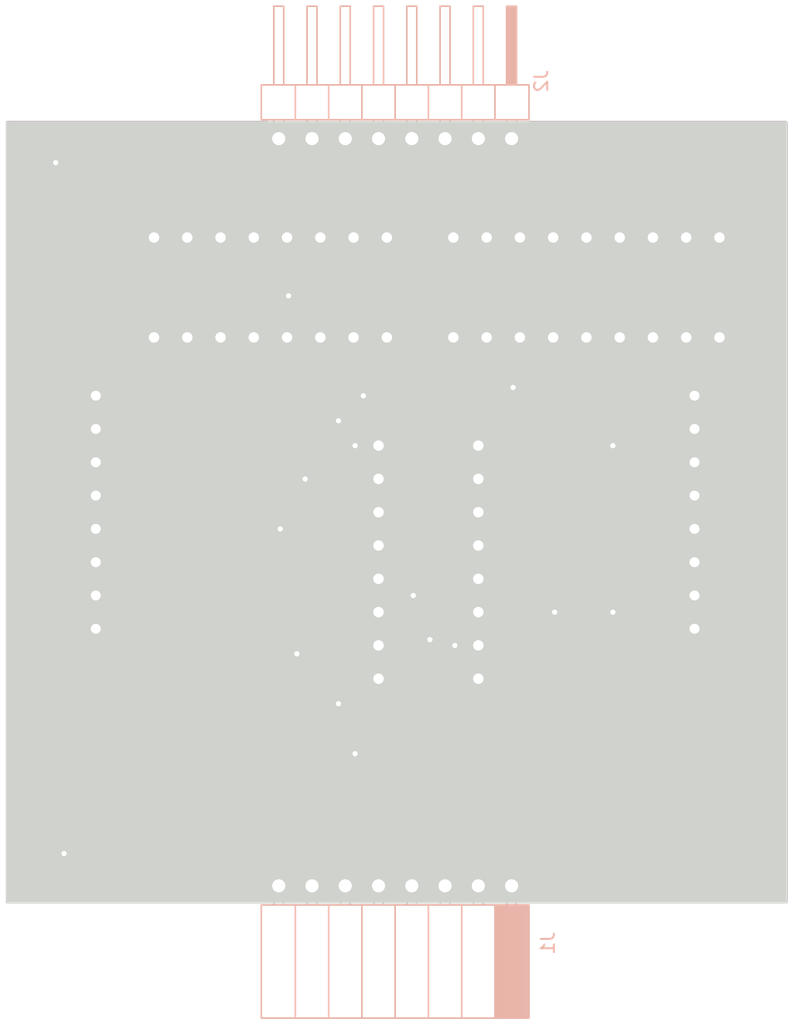
<source format=kicad_pcb>
(kicad_pcb (version 20171130) (host pcbnew "(5.1.8-0-10_14)")
  (layers (0 F.Cu signal) (31 B.Cu signal) (34 B.Paste user) (35 F.Paste user) (36 B.SilkS user) (37 F.SilkS user) (38 B.Mask user) (39 F.Mask user) (44 Edge.Cuts user))
  (net 0 "")
  (net 1 /c7)
  (net 2 /c6)
  (net 3 /b1)
  (net 4 /c0)
  (net 5 /b3)
  (net 6 /c5)
  (net 7 /c3)
  (net 8 /b0)
  (net 9 /b2)
  (net 10 /b5)
  (net 11 /c4)
  (net 12 /b7)
  (net 13 /c2)
  (net 14 /c1)
  (net 15 /b6)
  (net 16 /b4)
  (net 17 /r_clk)
  (net 18 /serial_clk)
  (net 19 /serial_in)
  (net 20 /s2)
  (net 21 /s1)
  (net 22 /s0)
  (net 23 /GND)
  (net 24 /VCC)
  (net 25 /serial_out)
  (net 26 /d0)
  (net 27 /d1)
  (net 28 /d2)
  (net 29 /d3)
  (net 30 /d4)
  (net 31 /d5)
  (net 32 /d6)
  (net 33 /d7)
  (net 34 /a2)
  (net 35 /a1)
  (net 36 /a0)
  (net 37 /a3)
  (net 38 /a5)
  (net 39 /a7)
  (net 40 /a6)
  (net 41 /a4)
  (net 42 "Net-(R9-Pad2)")
  (module Package_DIP:DIP-18_W7.62mm (layer B.Cu) (at 52.59 32.38 270)
    (fp_text reference U2 (at 3.81 2.33 270) (layer B.SilkS) (effects (justify mirror)))
    (fp_text value MIC2981_82YN)
    (pad 18 thru_hole oval (at 7.62 0 270) (size 1.6 1.6) (drill 0.8) (layers *.Cu *.Mask) (net 8 /b0))
    (pad 9 thru_hole oval (at 0 -20.32 270) (size 1.6 1.6) (drill 0.8) (layers *.Cu *.Mask) (net 24 /VCC))
    (pad 17 thru_hole oval (at 7.62 -2.54 270) (size 1.6 1.6) (drill 0.8) (layers *.Cu *.Mask) (net 3 /b1))
    (pad 8 thru_hole oval (at 0 -17.78 270) (size 1.6 1.6) (drill 0.8) (layers *.Cu *.Mask) (net 39 /a7))
    (pad 16 thru_hole oval (at 7.62 -5.08 270) (size 1.6 1.6) (drill 0.8) (layers *.Cu *.Mask) (net 9 /b2))
    (pad 7 thru_hole oval (at 0 -15.24 270) (size 1.6 1.6) (drill 0.8) (layers *.Cu *.Mask) (net 40 /a6))
    (pad 15 thru_hole oval (at 7.62 -7.62 270) (size 1.6 1.6) (drill 0.8) (layers *.Cu *.Mask) (net 5 /b3))
    (pad 6 thru_hole oval (at 0 -12.7 270) (size 1.6 1.6) (drill 0.8) (layers *.Cu *.Mask) (net 38 /a5))
    (pad 14 thru_hole oval (at 7.62 -10.16 270) (size 1.6 1.6) (drill 0.8) (layers *.Cu *.Mask) (net 16 /b4))
    (pad 5 thru_hole oval (at 0 -10.16 270) (size 1.6 1.6) (drill 0.8) (layers *.Cu *.Mask) (net 41 /a4))
    (pad 13 thru_hole oval (at 7.62 -12.7 270) (size 1.6 1.6) (drill 0.8) (layers *.Cu *.Mask) (net 10 /b5))
    (pad 4 thru_hole oval (at 0 -7.62 270) (size 1.6 1.6) (drill 0.8) (layers *.Cu *.Mask) (net 37 /a3))
    (pad 12 thru_hole oval (at 7.62 -15.24 270) (size 1.6 1.6) (drill 0.8) (layers *.Cu *.Mask) (net 15 /b6))
    (pad 3 thru_hole oval (at 0 -5.08 270) (size 1.6 1.6) (drill 0.8) (layers *.Cu *.Mask) (net 34 /a2))
    (pad 11 thru_hole oval (at 7.62 -17.78 270) (size 1.6 1.6) (drill 0.8) (layers *.Cu *.Mask) (net 12 /b7))
    (pad 2 thru_hole oval (at 0 -2.54 270) (size 1.6 1.6) (drill 0.8) (layers *.Cu *.Mask) (net 35 /a1))
    (pad 10 thru_hole oval (at 7.62 -20.32 270) (size 1.6 1.6) (drill 0.8) (layers *.Cu *.Mask) (net 23 /GND))
    (pad 1 thru_hole rect (at 0 0 270) (size 1.6 1.6) (drill 0.8) (layers *.Cu *.Mask) (net 36 /a0))
  )
  (module akn_misc:LED_8x8_7.62MM_60.2x60.2MM (layer F.Cu) (at 48.145 53.335 180)
    (fp_text reference D1 (at 0 -22.86) (layer F.SilkS))
    (fp_text value DISP_LED_MAT_8x8_COM_ANODE)
    (fp_text user 16 (at 20.86 -9) (layer F.SilkS))
    (fp_text user 8 (at -20.86 9) (layer F.SilkS))
    (fp_text user 9 (at 20.86 9) (layer F.SilkS))
    (fp_text user 1 (at -20.86 -9) (layer F.SilkS))
    (pad 13 thru_hole circle (at 22.86 -1.27 180) (size 1.524 1.524) (drill 0.762) (layers *.Cu *.Mask) (net 4 /c0))
    (pad 7 thru_hole circle (at -22.86 6.35 180) (size 1.524 1.524) (drill 0.762) (layers *.Cu *.Mask) (net 10 /b5))
    (pad 16 thru_hole circle (at 22.86 -8.89 180) (size 1.524 1.524) (drill 0.762) (layers *.Cu *.Mask) (net 1 /c7))
    (pad 1 thru_hole circle (at -22.86 -8.89 180) (size 1.524 1.524) (drill 0.762) (layers *.Cu *.Mask) (net 16 /b4))
    (pad 12 thru_hole circle (at 22.86 1.27 180) (size 1.524 1.524) (drill 0.762) (layers *.Cu *.Mask) (net 5 /b3))
    (pad 3 thru_hole circle (at -22.86 -3.81 180) (size 1.524 1.524) (drill 0.762) (layers *.Cu *.Mask) (net 14 /c1))
    (pad 14 thru_hole circle (at 22.86 -3.81 180) (size 1.524 1.524) (drill 0.762) (layers *.Cu *.Mask) (net 3 /b1))
    (pad 4 thru_hole circle (at -22.86 -1.27 180) (size 1.524 1.524) (drill 0.762) (layers *.Cu *.Mask) (net 13 /c2))
    (pad 6 thru_hole circle (at -22.86 3.81 180) (size 1.524 1.524) (drill 0.762) (layers *.Cu *.Mask) (net 11 /c4))
    (pad 2 thru_hole circle (at -22.86 -6.35 180) (size 1.524 1.524) (drill 0.762) (layers *.Cu *.Mask) (net 15 /b6))
    (pad 15 thru_hole circle (at 22.86 -6.35 180) (size 1.524 1.524) (drill 0.762) (layers *.Cu *.Mask) (net 2 /c6))
    (pad 9 thru_hole circle (at 22.86 8.89 180) (size 1.524 1.524) (drill 0.762) (layers *.Cu *.Mask) (net 8 /b0))
    (pad 5 thru_hole circle (at -22.86 1.27 180) (size 1.524 1.524) (drill 0.762) (layers *.Cu *.Mask) (net 12 /b7))
    (pad 10 thru_hole circle (at 22.86 6.35 180) (size 1.524 1.524) (drill 0.762) (layers *.Cu *.Mask) (net 7 /c3))
    (pad 8 thru_hole circle (at -22.86 8.89 180) (size 1.524 1.524) (drill 0.762) (layers *.Cu *.Mask) (net 9 /b2))
    (pad 11 thru_hole circle (at 22.86 3.81 180) (size 1.524 1.524) (drill 0.762) (layers *.Cu *.Mask) (net 6 /c5))
  )
  (module Connector_PinHeader_2.54mm:PinHeader_1x08_P2.54mm_Horizontal (layer B.Cu) (at 57.035 24.835 90)
    (fp_text reference J2 (at 4.385 2.27 90) (layer B.SilkS) (effects (justify mirror)))
    (fp_text value OUTPUT_CONN)
    (pad 8 thru_hole oval (at 0 -17.78 90) (size 1.7 1.7) (drill 1) (layers *.Cu *.Mask) (net 17 /r_clk))
    (pad 7 thru_hole oval (at 0 -15.24 90) (size 1.7 1.7) (drill 1) (layers *.Cu *.Mask) (net 18 /serial_clk))
    (pad 6 thru_hole oval (at 0 -12.7 90) (size 1.7 1.7) (drill 1) (layers *.Cu *.Mask) (net 25 /serial_out))
    (pad 5 thru_hole oval (at 0 -10.16 90) (size 1.7 1.7) (drill 1) (layers *.Cu *.Mask) (net 20 /s2))
    (pad 4 thru_hole oval (at 0 -7.62 90) (size 1.7 1.7) (drill 1) (layers *.Cu *.Mask) (net 21 /s1))
    (pad 3 thru_hole oval (at 0 -5.08 90) (size 1.7 1.7) (drill 1) (layers *.Cu *.Mask) (net 22 /s0))
    (pad 2 thru_hole oval (at 0 -2.54 90) (size 1.7 1.7) (drill 1) (layers *.Cu *.Mask) (net 23 /GND))
    (pad 1 thru_hole rect (at 0 0 90) (size 1.7 1.7) (drill 1) (layers *.Cu *.Mask) (net 24 /VCC))
  )
  (module Connector_PinSocket_2.54mm:PinSocket_1x08_P2.54mm_Horizontal (layer B.Cu) (at 57.035 81.835 90)
    (fp_text reference J1 (at -4.38 2.77 90) (layer B.SilkS) (effects (justify mirror)))
    (fp_text value INPUT_CONN)
    (pad 8 thru_hole oval (at 0 -17.78 90) (size 1.7 1.7) (drill 1) (layers *.Cu *.Mask) (net 17 /r_clk))
    (pad 7 thru_hole oval (at 0 -15.24 90) (size 1.7 1.7) (drill 1) (layers *.Cu *.Mask) (net 18 /serial_clk))
    (pad 6 thru_hole oval (at 0 -12.7 90) (size 1.7 1.7) (drill 1) (layers *.Cu *.Mask) (net 19 /serial_in))
    (pad 5 thru_hole oval (at 0 -10.16 90) (size 1.7 1.7) (drill 1) (layers *.Cu *.Mask) (net 20 /s2))
    (pad 4 thru_hole oval (at 0 -7.62 90) (size 1.7 1.7) (drill 1) (layers *.Cu *.Mask) (net 21 /s1))
    (pad 3 thru_hole oval (at 0 -5.08 90) (size 1.7 1.7) (drill 1) (layers *.Cu *.Mask) (net 22 /s0))
    (pad 2 thru_hole oval (at 0 -2.54 90) (size 1.7 1.7) (drill 1) (layers *.Cu *.Mask) (net 23 /GND))
    (pad 1 thru_hole rect (at 0 0 90) (size 1.7 1.7) (drill 1) (layers *.Cu *.Mask) (net 24 /VCC))
  )
  (module Resistor_SMD:R_1206_3216Metric_Pad1.30x1.75mm_HandSolder (layer F.Cu) (at 29.73 62.225 180)
    (fp_text reference R8 (at 0 -1.82) (layer F.SilkS))
    (fp_text value 100)
    (pad 2 smd roundrect (at 1.55 0 180) (size 1.3 1.75) (layers F.Cu F.Paste F.Mask) (roundrect_rratio 0.192308) (net 1 /c7))
    (pad 1 smd roundrect (at -1.55 0 180) (size 1.3 1.75) (layers F.Cu F.Paste F.Mask) (roundrect_rratio 0.192308) (net 33 /d7))
  )
  (module Resistor_SMD:R_1206_3216Metric_Pad1.30x1.75mm_HandSolder (layer F.Cu) (at 29.73 59.69 180)
    (fp_text reference R7 (at 0 -1.82) (layer F.SilkS))
    (fp_text value 100)
    (pad 2 smd roundrect (at 1.55 0 180) (size 1.3 1.75) (layers F.Cu F.Paste F.Mask) (roundrect_rratio 0.192308) (net 2 /c6))
    (pad 1 smd roundrect (at -1.55 0 180) (size 1.3 1.75) (layers F.Cu F.Paste F.Mask) (roundrect_rratio 0.192308) (net 32 /d6))
  )
  (module Resistor_SMD:R_1206_3216Metric_Pad1.30x1.75mm_HandSolder (layer F.Cu) (at 29.73 49.53 180)
    (fp_text reference R6 (at 0 -1.82) (layer F.SilkS))
    (fp_text value 100)
    (pad 2 smd roundrect (at 1.55 0 180) (size 1.3 1.75) (layers F.Cu F.Paste F.Mask) (roundrect_rratio 0.192308) (net 6 /c5))
    (pad 1 smd roundrect (at -1.55 0 180) (size 1.3 1.75) (layers F.Cu F.Paste F.Mask) (roundrect_rratio 0.192308) (net 31 /d5))
  )
  (module Resistor_SMD:R_1206_3216Metric_Pad1.30x1.75mm_HandSolder (layer B.Cu) (at 74.93 53.06 90)
    (fp_text reference R5 (at 0 1.82 90) (layer B.SilkS) (effects (justify mirror)))
    (fp_text value 100)
    (pad 2 smd roundrect (at 1.55 0 90) (size 1.3 1.75) (layers B.Cu B.Paste B.Mask) (roundrect_rratio 0.192308) (net 11 /c4))
    (pad 1 smd roundrect (at -1.55 0 90) (size 1.3 1.75) (layers B.Cu B.Paste B.Mask) (roundrect_rratio 0.192308) (net 30 /d4))
  )
  (module Resistor_SMD:R_1206_3216Metric_Pad1.30x1.75mm_HandSolder (layer F.Cu) (at 29.73 66.675 180)
    (fp_text reference R4 (at 0 -1.82) (layer F.SilkS))
    (fp_text value 100)
    (pad 2 smd roundrect (at 1.55 0 180) (size 1.3 1.75) (layers F.Cu F.Paste F.Mask) (roundrect_rratio 0.192308) (net 7 /c3))
    (pad 1 smd roundrect (at -1.55 0 180) (size 1.3 1.75) (layers F.Cu F.Paste F.Mask) (roundrect_rratio 0.192308) (net 29 /d3))
  )
  (module Resistor_SMD:R_1206_3216Metric_Pad1.30x1.75mm_HandSolder (layer F.Cu) (at 65.925 54.605)
    (fp_text reference R3 (at 0 -1.82) (layer F.SilkS))
    (fp_text value 100)
    (pad 2 smd roundrect (at 1.55 0) (size 1.3 1.75) (layers F.Cu F.Paste F.Mask) (roundrect_rratio 0.192308) (net 13 /c2))
    (pad 1 smd roundrect (at -1.55 0) (size 1.3 1.75) (layers F.Cu F.Paste F.Mask) (roundrect_rratio 0.192308) (net 28 /d2))
  )
  (module Resistor_SMD:R_1206_3216Metric_Pad1.30x1.75mm_HandSolder (layer F.Cu) (at 65.925 57.15)
    (fp_text reference R2 (at 0 1.905) (layer F.SilkS))
    (fp_text value 100)
    (pad 2 smd roundrect (at 1.55 0) (size 1.3 1.75) (layers F.Cu F.Paste F.Mask) (roundrect_rratio 0.192308) (net 14 /c1))
    (pad 1 smd roundrect (at -1.55 0) (size 1.3 1.75) (layers F.Cu F.Paste F.Mask) (roundrect_rratio 0.192308) (net 27 /d1))
  )
  (module Resistor_SMD:R_1206_3216Metric_Pad1.30x1.75mm_HandSolder (layer F.Cu) (at 29.73 54.605 180)
    (fp_text reference R1 (at 0 -1.82) (layer F.SilkS))
    (fp_text value 100)
    (pad 2 smd roundrect (at 1.55 0 180) (size 1.3 1.75) (layers F.Cu F.Paste F.Mask) (roundrect_rratio 0.192308) (net 4 /c0))
    (pad 1 smd roundrect (at -1.55 0 180) (size 1.3 1.75) (layers F.Cu F.Paste F.Mask) (roundrect_rratio 0.192308) (net 26 /d0))
  )
  (module Resistor_SMD:R_1206_3216Metric_Pad1.30x1.75mm_HandSolder (layer B.Cu) (at 57.15 61.95 270)
    (fp_text reference R9 (at 0 -1.79 270) (layer B.SilkS) (effects (justify mirror)))
    (fp_text value 10k)
    (pad 1 smd roundrect (at -1.55 0 270) (size 1.3 1.75) (layers B.Cu B.Paste B.Mask) (roundrect_rratio 0.192308) (net 24 /VCC))
    (pad 2 smd roundrect (at 1.55 0 270) (size 1.3 1.75) (layers B.Cu B.Paste B.Mask) (roundrect_rratio 0.192308) (net 42 "Net-(R9-Pad2)"))
  )
  (module Capacitor_SMD:C_1206_3216Metric_Pad1.33x1.80mm_HandSolder (layer F.Cu) (at 52.705 45.72)
    (fp_text reference C3 (at 0 -1.85) (layer F.SilkS))
    (fp_text value "100 nF")
    (pad 2 smd roundrect (at 1.5625 0) (size 1.325 1.8) (layers F.Cu F.Paste F.Mask) (roundrect_rratio 0.188679) (net 24 /VCC))
    (pad 1 smd roundrect (at -1.5625 0) (size 1.325 1.8) (layers F.Cu F.Paste F.Mask) (roundrect_rratio 0.188679) (net 23 /GND))
  )
  (module Capacitor_SMD:C_1206_3216Metric_Pad1.33x1.80mm_HandSolder (layer F.Cu) (at 49.53 29.845 180)
    (fp_text reference C2 (at 0 1.9) (layer F.SilkS))
    (fp_text value "100 nF")
    (pad 2 smd roundrect (at 1.5625 0 180) (size 1.325 1.8) (layers F.Cu F.Paste F.Mask) (roundrect_rratio 0.188679) (net 23 /GND))
    (pad 1 smd roundrect (at -1.5625 0 180) (size 1.325 1.8) (layers F.Cu F.Paste F.Mask) (roundrect_rratio 0.188679) (net 24 /VCC))
  )
  (module Capacitor_SMD:C_1206_3216Metric_Pad1.33x1.80mm_HandSolder (layer F.Cu) (at 40.9825 43.18)
    (fp_text reference C1 (at 0.115 1.91) (layer F.SilkS))
    (fp_text value "100 nF")
    (pad 2 smd roundrect (at 1.5625 0) (size 1.325 1.8) (layers F.Cu F.Paste F.Mask) (roundrect_rratio 0.188679) (net 24 /VCC))
    (pad 1 smd roundrect (at -1.5625 0) (size 1.325 1.8) (layers F.Cu F.Paste F.Mask) (roundrect_rratio 0.188679) (net 23 /GND))
  )
  (module Package_DIP:DIP-16_W7.62mm (layer B.Cu) (at 54.495 48.255 180)
    (fp_text reference U3 (at 3.81 2.33 180) (layer B.SilkS) (effects (justify mirror)))
    (fp_text value TPIC6C595N)
    (pad 16 thru_hole oval (at 7.62 0 180) (size 1.6 1.6) (drill 0.8) (layers *.Cu *.Mask) (net 23 /GND))
    (pad 8 thru_hole oval (at 0 -17.78 180) (size 1.6 1.6) (drill 0.8) (layers *.Cu *.Mask) (net 23 /GND))
    (pad 15 thru_hole oval (at 7.62 -2.54 180) (size 1.6 1.6) (drill 0.8) (layers *.Cu *.Mask) (net 18 /serial_clk))
    (pad 7 thru_hole oval (at 0 -15.24 180) (size 1.6 1.6) (drill 0.8) (layers *.Cu *.Mask) (net 42 "Net-(R9-Pad2)"))
    (pad 14 thru_hole oval (at 7.62 -5.08 180) (size 1.6 1.6) (drill 0.8) (layers *.Cu *.Mask) (net 33 /d7))
    (pad 6 thru_hole oval (at 0 -12.7 180) (size 1.6 1.6) (drill 0.8) (layers *.Cu *.Mask) (net 29 /d3))
    (pad 13 thru_hole oval (at 7.62 -7.62 180) (size 1.6 1.6) (drill 0.8) (layers *.Cu *.Mask) (net 32 /d6))
    (pad 5 thru_hole oval (at 0 -10.16 180) (size 1.6 1.6) (drill 0.8) (layers *.Cu *.Mask) (net 28 /d2))
    (pad 12 thru_hole oval (at 7.62 -10.16 180) (size 1.6 1.6) (drill 0.8) (layers *.Cu *.Mask) (net 31 /d5))
    (pad 4 thru_hole oval (at 0 -7.62 180) (size 1.6 1.6) (drill 0.8) (layers *.Cu *.Mask) (net 27 /d1))
    (pad 11 thru_hole oval (at 7.62 -12.7 180) (size 1.6 1.6) (drill 0.8) (layers *.Cu *.Mask) (net 30 /d4))
    (pad 3 thru_hole oval (at 0 -5.08 180) (size 1.6 1.6) (drill 0.8) (layers *.Cu *.Mask) (net 26 /d0))
    (pad 10 thru_hole oval (at 7.62 -15.24 180) (size 1.6 1.6) (drill 0.8) (layers *.Cu *.Mask) (net 17 /r_clk))
    (pad 2 thru_hole oval (at 0 -2.54 180) (size 1.6 1.6) (drill 0.8) (layers *.Cu *.Mask) (net 19 /serial_in))
    (pad 9 thru_hole oval (at 7.62 -17.78 180) (size 1.6 1.6) (drill 0.8) (layers *.Cu *.Mask) (net 25 /serial_out))
    (pad 1 thru_hole rect (at 0 0 180) (size 1.6 1.6) (drill 0.8) (layers *.Cu *.Mask) (net 24 /VCC))
  )
  (module Package_DIP:DIP-16_W7.62mm (layer B.Cu) (at 47.51 40 90)
    (fp_text reference U1 (at 3.81 2.33 270) (layer B.SilkS) (effects (justify mirror)))
    (fp_text value 74HCT4051)
    (pad 1 thru_hole rect (at 0 0 90) (size 1.6 1.6) (drill 0.8) (layers *.Cu *.Mask) (net 41 /a4))
    (pad 9 thru_hole oval (at 7.62 -17.78 90) (size 1.6 1.6) (drill 0.8) (layers *.Cu *.Mask) (net 20 /s2))
    (pad 2 thru_hole oval (at 0 -2.54 90) (size 1.6 1.6) (drill 0.8) (layers *.Cu *.Mask) (net 40 /a6))
    (pad 10 thru_hole oval (at 7.62 -15.24 90) (size 1.6 1.6) (drill 0.8) (layers *.Cu *.Mask) (net 21 /s1))
    (pad 3 thru_hole oval (at 0 -5.08 90) (size 1.6 1.6) (drill 0.8) (layers *.Cu *.Mask) (net 24 /VCC))
    (pad 11 thru_hole oval (at 7.62 -12.7 90) (size 1.6 1.6) (drill 0.8) (layers *.Cu *.Mask) (net 22 /s0))
    (pad 4 thru_hole oval (at 0 -7.62 90) (size 1.6 1.6) (drill 0.8) (layers *.Cu *.Mask) (net 39 /a7))
    (pad 12 thru_hole oval (at 7.62 -10.16 90) (size 1.6 1.6) (drill 0.8) (layers *.Cu *.Mask) (net 37 /a3))
    (pad 5 thru_hole oval (at 0 -10.16 90) (size 1.6 1.6) (drill 0.8) (layers *.Cu *.Mask) (net 38 /a5))
    (pad 13 thru_hole oval (at 7.62 -7.62 90) (size 1.6 1.6) (drill 0.8) (layers *.Cu *.Mask) (net 36 /a0))
    (pad 6 thru_hole oval (at 0 -12.7 90) (size 1.6 1.6) (drill 0.8) (layers *.Cu *.Mask) (net 23 /GND))
    (pad 14 thru_hole oval (at 7.62 -5.08 90) (size 1.6 1.6) (drill 0.8) (layers *.Cu *.Mask) (net 35 /a1))
    (pad 7 thru_hole oval (at 0 -15.24 90) (size 1.6 1.6) (drill 0.8) (layers *.Cu *.Mask) (net 23 /GND))
    (pad 15 thru_hole oval (at 7.62 -2.54 90) (size 1.6 1.6) (drill 0.8) (layers *.Cu *.Mask) (net 34 /a2))
    (pad 8 thru_hole oval (at 0 -17.78 90) (size 1.6 1.6) (drill 0.8) (layers *.Cu *.Mask) (net 23 /GND))
    (pad 16 thru_hole oval (at 7.62 0 90) (size 1.6 1.6) (drill 0.8) (layers *.Cu *.Mask) (net 24 /VCC))
  )
  (segment (start 25.285 62.225) (end 28.18 62.225) (width 0.5) (layer F.Cu) (net 1))
  (segment (start 28.175 59.685) (end 28.18 59.69) (width 0.5) (layer F.Cu) (net 2))
  (segment (start 25.285 59.685) (end 28.175 59.685) (width 0.5) (layer F.Cu) (net 2))
  (segment (start 46.524952 47.05501) (end 51.034962 42.545) (width 0.5) (layer B.Cu) (net 3))
  (segment (start 45.031988 47.05501) (end 46.524952 47.05501) (width 0.5) (layer B.Cu) (net 3))
  (segment (start 52.585 42.545) (end 55.13 40) (width 0.5) (layer B.Cu) (net 3))
  (segment (start 51.034962 42.545) (end 52.585 42.545) (width 0.5) (layer B.Cu) (net 3))
  (segment (start 45.031988 47.05501) (end 42.556998 49.53) (width 0.5) (layer B.Cu) (net 3))
  (segment (start 42.556998 49.53) (end 42.545 49.53) (width 0.5) (layer B.Cu) (net 3))
  (via (at 41.275 50.8) (size 0.8) (drill 0.4) (layers F.Cu B.Cu) (net 3))
  (segment (start 42.545 49.53) (end 41.275 50.8) (width 0.5) (layer B.Cu) (net 3))
  (segment (start 41.275 50.8) (end 38.1 50.8) (width 0.5) (layer F.Cu) (net 3))
  (segment (start 38.1 50.8) (end 31.75 57.15) (width 0.5) (layer F.Cu) (net 3))
  (segment (start 31.745 57.145) (end 25.285 57.145) (width 0.5) (layer F.Cu) (net 3))
  (segment (start 31.75 57.15) (end 31.745 57.145) (width 0.5) (layer F.Cu) (net 3))
  (segment (start 25.285 54.605) (end 28.18 54.605) (width 0.5) (layer F.Cu) (net 4))
  (segment (start 60.21 46.930002) (end 57.595003 49.544999) (width 0.5) (layer F.Cu) (net 5))
  (segment (start 60.21 40) (end 60.21 46.930002) (width 0.5) (layer F.Cu) (net 5))
  (segment (start 45.099999 49.544999) (end 44.51501 48.96001) (width 0.5) (layer F.Cu) (net 5))
  (segment (start 57.595003 49.544999) (end 45.099999 49.544999) (width 0.5) (layer F.Cu) (net 5))
  (segment (start 44.51501 48.96001) (end 34.29 48.96001) (width 0.5) (layer F.Cu) (net 5))
  (segment (start 31.18501 52.065) (end 25.285 52.065) (width 0.5) (layer F.Cu) (net 5))
  (segment (start 34.29 48.96001) (end 31.18501 52.065) (width 0.5) (layer F.Cu) (net 5))
  (segment (start 28.175 49.525) (end 28.18 49.53) (width 0.5) (layer F.Cu) (net 6))
  (segment (start 25.285 49.525) (end 28.175 49.525) (width 0.5) (layer F.Cu) (net 6))
  (segment (start 24.072999 63.217999) (end 27.53 66.675) (width 0.5) (layer F.Cu) (net 7))
  (segment (start 24.072999 48.197001) (end 24.072999 63.217999) (width 0.5) (layer F.Cu) (net 7))
  (segment (start 27.53 66.675) (end 28.18 66.675) (width 0.5) (layer F.Cu) (net 7))
  (segment (start 25.285 46.985) (end 24.072999 48.197001) (width 0.5) (layer F.Cu) (net 7))
  (segment (start 25.285 44.445) (end 28.57 44.445) (width 0.5) (layer F.Cu) (net 8))
  (segment (start 28.57 44.445) (end 30.48 46.355) (width 0.5) (layer F.Cu) (net 8))
  (segment (start 30.48 46.355) (end 43.815 46.355) (width 0.5) (layer F.Cu) (net 8))
  (segment (start 43.815 46.355) (end 43.815 46.355) (width 0.5) (layer F.Cu) (net 8))
  (via (at 43.815 46.355) (size 0.8) (drill 0.4) (layers F.Cu B.Cu) (net 8))
  (segment (start 46.235 46.355) (end 52.59 40) (width 0.5) (layer B.Cu) (net 8))
  (segment (start 43.815 46.355) (end 46.235 46.355) (width 0.5) (layer B.Cu) (net 8))
  (segment (start 61.499999 40.600001) (end 62.809998 41.91) (width 0.5) (layer F.Cu) (net 9))
  (segment (start 61.499999 39.439997) (end 61.499999 40.600001) (width 0.5) (layer F.Cu) (net 9))
  (segment (start 58.920001 38.749999) (end 60.810001 38.749999) (width 0.5) (layer F.Cu) (net 9))
  (segment (start 60.810001 38.749999) (end 61.499999 39.439997) (width 0.5) (layer F.Cu) (net 9))
  (segment (start 57.67 40) (end 58.920001 38.749999) (width 0.5) (layer F.Cu) (net 9))
  (segment (start 68.47 41.91) (end 71.005 44.445) (width 0.5) (layer F.Cu) (net 9))
  (segment (start 62.809998 41.91) (end 68.47 41.91) (width 0.5) (layer F.Cu) (net 9))
  (segment (start 65.29 41.27) (end 65.29 40) (width 0.5) (layer B.Cu) (net 10))
  (segment (start 71.005 46.985) (end 65.29 41.27) (width 0.5) (layer B.Cu) (net 10))
  (segment (start 72.945 49.525) (end 74.93 51.51) (width 0.5) (layer B.Cu) (net 11))
  (segment (start 71.005 49.525) (end 72.945 49.525) (width 0.5) (layer B.Cu) (net 11))
  (segment (start 70.37 40) (end 70.37 41.16) (width 0.5) (layer F.Cu) (net 12))
  (segment (start 70.37 41.16) (end 73.025 43.815) (width 0.5) (layer F.Cu) (net 12))
  (segment (start 73.025 50.045) (end 71.005 52.065) (width 0.5) (layer F.Cu) (net 12))
  (segment (start 73.025 43.815) (end 73.025 50.045) (width 0.5) (layer F.Cu) (net 12))
  (segment (start 67.475 54.605) (end 71.005 54.605) (width 0.5) (layer F.Cu) (net 13))
  (segment (start 71 57.15) (end 71.005 57.145) (width 0.5) (layer F.Cu) (net 14))
  (segment (start 67.475 57.15) (end 71 57.15) (width 0.5) (layer F.Cu) (net 14))
  (segment (start 70.970001 38.749999) (end 69.080001 38.749999) (width 0.5) (layer F.Cu) (net 15))
  (segment (start 71.620001 39.399999) (end 70.970001 38.749999) (width 0.5) (layer F.Cu) (net 15))
  (segment (start 69.080001 38.749999) (end 67.83 40) (width 0.5) (layer F.Cu) (net 15))
  (segment (start 71.620001 40.505001) (end 71.620001 39.399999) (width 0.5) (layer F.Cu) (net 15))
  (segment (start 73.72501 42.61001) (end 71.620001 40.505001) (width 0.5) (layer F.Cu) (net 15))
  (segment (start 73.72501 56.96499) (end 73.72501 42.61001) (width 0.5) (layer F.Cu) (net 15))
  (segment (start 71.005 59.685) (end 73.72501 56.96499) (width 0.5) (layer F.Cu) (net 15))
  (segment (start 72.809991 38.049989) (end 64.700011 38.049989) (width 0.5) (layer F.Cu) (net 16))
  (segment (start 74.42502 39.665018) (end 72.809991 38.049989) (width 0.5) (layer F.Cu) (net 16))
  (segment (start 74.42502 58.80498) (end 74.42502 39.665018) (width 0.5) (layer F.Cu) (net 16))
  (segment (start 64.700011 38.049989) (end 62.75 40) (width 0.5) (layer F.Cu) (net 16))
  (segment (start 71.005 62.225) (end 74.42502 58.80498) (width 0.5) (layer F.Cu) (net 16))
  (segment (start 39.255 71.115) (end 46.875 63.495) (width 0.5) (layer F.Cu) (net 17))
  (segment (start 39.255 81.835) (end 39.255 71.115) (width 0.5) (layer F.Cu) (net 17))
  (segment (start 36.099999 61.488001) (end 43.826998 69.215) (width 0.5) (layer B.Cu) (net 17))
  (segment (start 36.099999 27.990001) (end 36.099999 61.488001) (width 0.5) (layer B.Cu) (net 17))
  (segment (start 39.255 24.835) (end 36.099999 27.990001) (width 0.5) (layer B.Cu) (net 17))
  (segment (start 48.125001 64.745001) (end 46.875 63.495) (width 0.5) (layer B.Cu) (net 17))
  (segment (start 48.125001 66.635001) (end 48.125001 64.745001) (width 0.5) (layer B.Cu) (net 17))
  (segment (start 45.545002 69.215) (end 48.125001 66.635001) (width 0.5) (layer B.Cu) (net 17))
  (segment (start 43.826998 69.215) (end 45.545002 69.215) (width 0.5) (layer B.Cu) (net 17))
  (segment (start 46.875 50.795) (end 43.815 53.855) (width 0.5) (layer B.Cu) (net 18))
  (segment (start 41.795 24.835) (end 41.795 25.285) (width 0.5) (layer B.Cu) (net 18))
  (segment (start 41.795 25.285) (end 38.639999 28.440001) (width 0.5) (layer B.Cu) (net 18))
  (segment (start 43.815 53.855) (end 43.815 53.975) (width 0.5) (layer B.Cu) (net 18))
  (segment (start 43.815 53.975) (end 43.815 67.945) (width 0.5) (layer B.Cu) (net 18))
  (via (at 43.815 67.945) (size 0.8) (drill 0.4) (layers F.Cu B.Cu) (net 18))
  (segment (start 41.795 69.965) (end 43.815 67.945) (width 0.5) (layer F.Cu) (net 18))
  (segment (start 41.795 74.815) (end 41.795 69.965) (width 0.5) (layer F.Cu) (net 18))
  (segment (start 41.795 81.835) (end 41.795 74.815) (width 0.5) (layer F.Cu) (net 18))
  (segment (start 41.795 74.815) (end 41.795 73.775) (width 0.5) (layer F.Cu) (net 18))
  (segment (start 46.019999 51.650001) (end 46.875 50.795) (width 0.5) (layer B.Cu) (net 18))
  (segment (start 40.866999 51.650001) (end 46.019999 51.650001) (width 0.5) (layer B.Cu) (net 18))
  (segment (start 38.639999 49.423001) (end 40.866999 51.650001) (width 0.5) (layer B.Cu) (net 18))
  (segment (start 38.639999 28.440001) (end 38.639999 49.423001) (width 0.5) (layer B.Cu) (net 18))
  (segment (start 44.335 75.68) (end 44.335 81.835) (width 0.5) (layer F.Cu) (net 19))
  (segment (start 44.335 75.045) (end 44.335 75.68) (width 0.5) (layer F.Cu) (net 19))
  (segment (start 54.495 50.795) (end 52.705 52.585) (width 0.5) (layer B.Cu) (net 19))
  (segment (start 52.705 52.585) (end 52.705 63.5) (width 0.5) (layer B.Cu) (net 19))
  (via (at 52.705 63.5) (size 0.8) (drill 0.4) (layers F.Cu B.Cu) (net 19))
  (segment (start 52.705 66.675) (end 44.335 75.045) (width 0.5) (layer F.Cu) (net 19))
  (segment (start 52.705 63.5) (end 52.705 66.675) (width 0.5) (layer F.Cu) (net 19))
  (segment (start 28.479999 63.439999) (end 46.875 81.835) (width 0.5) (layer B.Cu) (net 20))
  (segment (start 28.479999 33.630001) (end 28.479999 63.439999) (width 0.5) (layer B.Cu) (net 20))
  (segment (start 29.73 32.38) (end 28.479999 33.630001) (width 0.5) (layer B.Cu) (net 20))
  (segment (start 29.73 32.38) (end 35.44 26.67) (width 0.5) (layer F.Cu) (net 20))
  (segment (start 45.04 26.67) (end 46.875 24.835) (width 0.5) (layer F.Cu) (net 20))
  (segment (start 35.44 26.67) (end 45.04 26.67) (width 0.5) (layer F.Cu) (net 20))
  (segment (start 32.27 31.865) (end 32.27 32.38) (width 0.5) (layer B.Cu) (net 21))
  (segment (start 31.019999 63.439999) (end 49.415 81.835) (width 0.5) (layer B.Cu) (net 21))
  (segment (start 31.019999 33.630001) (end 31.019999 63.439999) (width 0.5) (layer B.Cu) (net 21))
  (segment (start 32.27 32.38) (end 31.019999 33.630001) (width 0.5) (layer B.Cu) (net 21))
  (segment (start 49.415 24.835) (end 46.87999 27.37001) (width 0.5) (layer F.Cu) (net 21))
  (segment (start 46.87999 27.37001) (end 36.12999 27.37001) (width 0.5) (layer F.Cu) (net 21))
  (segment (start 32.27 31.23) (end 32.27 32.38) (width 0.5) (layer F.Cu) (net 21))
  (segment (start 36.12999 27.37001) (end 32.27 31.23) (width 0.5) (layer F.Cu) (net 21))
  (segment (start 33.559999 33.630001) (end 34.81 32.38) (width 0.5) (layer B.Cu) (net 22))
  (segment (start 33.559999 63.439999) (end 33.559999 33.630001) (width 0.5) (layer B.Cu) (net 22))
  (segment (start 51.955 81.835) (end 33.559999 63.439999) (width 0.5) (layer B.Cu) (net 22))
  (segment (start 36.419942 28.07002) (end 48.71998 28.07002) (width 0.5) (layer F.Cu) (net 22))
  (segment (start 48.71998 28.07002) (end 51.955 24.835) (width 0.5) (layer F.Cu) (net 22))
  (segment (start 34.81 29.679962) (end 36.419942 28.07002) (width 0.5) (layer F.Cu) (net 22))
  (segment (start 34.81 32.38) (end 34.81 29.679962) (width 0.5) (layer F.Cu) (net 22))
  (via (at 22.225 26.67) (size 0.8) (drill 0.4) (layers F.Cu B.Cu) (net 23))
  (via (at 22.86 79.375) (size 0.8) (drill 0.4) (layers F.Cu B.Cu) (net 23))
  (via (at 64.77 48.26) (size 0.8) (drill 0.4) (layers F.Cu B.Cu) (net 23))
  (via (at 64.77 60.96) (size 0.8) (drill 0.4) (layers F.Cu B.Cu) (net 23))
  (via (at 39.37 54.61) (size 0.8) (drill 0.4) (layers F.Cu B.Cu) (net 23))
  (via (at 40.64 64.135) (size 0.8) (drill 0.4) (layers F.Cu B.Cu) (net 23))
  (via (at 45.72 44.45) (size 0.8) (drill 0.4) (layers F.Cu B.Cu) (net 23))
  (via (at 45.085 71.755) (size 0.8) (drill 0.4) (layers F.Cu B.Cu) (net 23))
  (via (at 40.005 36.83) (size 0.8) (drill 0.4) (layers F.Cu B.Cu) (net 23))
  (via (at 57.15 43.815) (size 0.8) (drill 0.4) (layers F.Cu B.Cu) (net 23))
  (via (at 49.53 59.69) (size 0.8) (drill 0.4) (layers F.Cu B.Cu) (net 23))
  (segment (start 51.677499 26.135001) (end 47.9675 29.845) (width 0.5) (layer F.Cu) (net 23))
  (segment (start 53.194999 26.135001) (end 51.677499 26.135001) (width 0.5) (layer F.Cu) (net 23))
  (segment (start 54.495 24.835) (end 53.194999 26.135001) (width 0.5) (layer F.Cu) (net 23))
  (segment (start 72.91 32.080035) (end 72.91 32.38) (width 0.5) (layer F.Cu) (net 24))
  (segment (start 47.51 34.92) (end 42.43 40) (width 0.5) (layer B.Cu) (net 24))
  (segment (start 47.51 32.38) (end 47.51 34.92) (width 0.5) (layer B.Cu) (net 24))
  (segment (start 42.43 40.32) (end 42.43 40) (width 0.5) (layer F.Cu) (net 24))
  (segment (start 54.2675 48.0275) (end 54.495 48.255) (width 0.5) (layer F.Cu) (net 24))
  (segment (start 54.2675 45.72) (end 54.2675 48.0275) (width 0.5) (layer F.Cu) (net 24))
  (segment (start 57.15 50.91) (end 54.495 48.255) (width 0.5) (layer B.Cu) (net 24))
  (segment (start 57.15 60.4) (end 57.15 50.91) (width 0.5) (layer B.Cu) (net 24))
  (via (at 60.325 60.96) (size 0.8) (drill 0.4) (layers F.Cu B.Cu) (net 24))
  (segment (start 59.765 60.4) (end 60.325 60.96) (width 0.5) (layer B.Cu) (net 24))
  (segment (start 57.15 60.4) (end 59.765 60.4) (width 0.5) (layer B.Cu) (net 24))
  (segment (start 60.325 78.545) (end 57.035 81.835) (width 0.5) (layer F.Cu) (net 24))
  (segment (start 60.325 60.96) (end 60.325 78.545) (width 0.5) (layer F.Cu) (net 24))
  (segment (start 57.035 24.835) (end 65.664964 24.835) (width 0.5) (layer F.Cu) (net 24))
  (segment (start 69.944982 29.115018) (end 72.91 32.080035) (width 0.5) (layer F.Cu) (net 24))
  (segment (start 65.664964 24.835) (end 69.944982 29.115018) (width 0.5) (layer F.Cu) (net 24))
  (segment (start 68.884965 28.055) (end 69.944982 29.115018) (width 0.5) (layer F.Cu) (net 24))
  (segment (start 42.43 42.43) (end 42.545 42.545) (width 0.5) (layer F.Cu) (net 24))
  (segment (start 42.43 40) (end 42.43 42.43) (width 0.5) (layer F.Cu) (net 24))
  (segment (start 54.2675 45.72) (end 53.975 45.72) (width 0.5) (layer F.Cu) (net 24))
  (segment (start 50.8 42.545) (end 42.545 42.545) (width 0.5) (layer F.Cu) (net 24))
  (segment (start 53.975 45.72) (end 50.8 42.545) (width 0.5) (layer F.Cu) (net 24))
  (segment (start 50.045 29.845) (end 47.51 32.38) (width 0.5) (layer F.Cu) (net 24))
  (segment (start 51.0925 29.845) (end 50.045 29.845) (width 0.5) (layer F.Cu) (net 24))
  (segment (start 52.025 29.845) (end 51.0925 29.845) (width 0.5) (layer F.Cu) (net 24))
  (segment (start 57.035 24.835) (end 52.025 29.845) (width 0.5) (layer F.Cu) (net 24))
  (segment (start 56.380001 40.600001) (end 50.8 46.180002) (width 0.5) (layer B.Cu) (net 25))
  (via (at 50.8 63.055001) (size 0.8) (drill 0.4) (layers F.Cu B.Cu) (net 25))
  (segment (start 50.8 46.180002) (end 50.8 63.055001) (width 0.5) (layer B.Cu) (net 25))
  (segment (start 50.8 63.055001) (end 47.815001 66.04) (width 0.5) (layer F.Cu) (net 25))
  (segment (start 46.88 66.04) (end 46.875 66.035) (width 0.5) (layer F.Cu) (net 25))
  (segment (start 47.815001 66.04) (end 46.88 66.04) (width 0.5) (layer F.Cu) (net 25))
  (segment (start 44.335 24.835) (end 47.44 27.94) (width 0.5) (layer B.Cu) (net 25))
  (segment (start 52.540002 27.94) (end 56.380001 31.779999) (width 0.5) (layer B.Cu) (net 25))
  (segment (start 47.44 27.94) (end 52.540002 27.94) (width 0.5) (layer B.Cu) (net 25))
  (segment (start 56.380001 31.779999) (end 56.380001 39.870001) (width 0.5) (layer B.Cu) (net 25))
  (segment (start 56.380001 39.870001) (end 56.380001 40.600001) (width 0.5) (layer B.Cu) (net 25))
  (segment (start 56.380001 39.399999) (end 56.380001 39.870001) (width 0.5) (layer B.Cu) (net 25))
  (segment (start 54.495 53.335) (end 53.244999 52.084999) (width 0.5) (layer F.Cu) (net 26))
  (segment (start 31.285 54.61) (end 31.28 54.605) (width 0.5) (layer F.Cu) (net 26))
  (segment (start 35.935001 49.949999) (end 31.28 54.605) (width 0.5) (layer F.Cu) (net 26))
  (segment (start 41.683001 49.949999) (end 35.935001 49.949999) (width 0.5) (layer F.Cu) (net 26))
  (segment (start 43.818001 52.084999) (end 41.683001 49.949999) (width 0.5) (layer F.Cu) (net 26))
  (segment (start 53.244999 52.084999) (end 43.818001 52.084999) (width 0.5) (layer F.Cu) (net 26))
  (segment (start 63.1 55.875) (end 64.375 57.15) (width 0.5) (layer F.Cu) (net 27))
  (segment (start 54.495 55.875) (end 63.1 55.875) (width 0.5) (layer F.Cu) (net 27))
  (segment (start 53.244999 57.164999) (end 54.495 58.415) (width 0.5) (layer F.Cu) (net 28))
  (segment (start 53.244999 55.274999) (end 53.244999 57.164999) (width 0.5) (layer F.Cu) (net 28))
  (segment (start 53.914998 54.605) (end 53.244999 55.274999) (width 0.5) (layer F.Cu) (net 28))
  (segment (start 64.375 54.605) (end 53.914998 54.605) (width 0.5) (layer F.Cu) (net 28))
  (segment (start 53.244999 62.205001) (end 54.495 60.955) (width 0.5) (layer F.Cu) (net 29))
  (segment (start 41.275 66.675) (end 45.744999 62.205001) (width 0.5) (layer F.Cu) (net 29))
  (segment (start 45.744999 62.205001) (end 53.244999 62.205001) (width 0.5) (layer F.Cu) (net 29))
  (segment (start 31.28 66.675) (end 41.275 66.675) (width 0.5) (layer F.Cu) (net 29))
  (segment (start 70.278761 64.745001) (end 50.665001 64.745001) (width 0.5) (layer B.Cu) (net 30))
  (segment (start 50.665001 64.745001) (end 46.875 60.955) (width 0.5) (layer B.Cu) (net 30))
  (segment (start 74.93 60.093762) (end 70.278761 64.745001) (width 0.5) (layer B.Cu) (net 30))
  (segment (start 74.93 54.61) (end 74.93 60.093762) (width 0.5) (layer B.Cu) (net 30))
  (segment (start 46.875 58.415) (end 48.125001 57.164999) (width 0.5) (layer B.Cu) (net 31))
  (segment (start 48.125001 50.194999) (end 47.460002 49.53) (width 0.5) (layer B.Cu) (net 31))
  (segment (start 48.125001 57.164999) (end 48.125001 50.194999) (width 0.5) (layer B.Cu) (net 31))
  (segment (start 47.460002 49.53) (end 46.355 49.53) (width 0.5) (layer B.Cu) (net 31))
  (via (at 45.085 48.26) (size 0.8) (drill 0.4) (layers F.Cu B.Cu) (net 31))
  (segment (start 46.355 49.53) (end 45.085 48.26) (width 0.5) (layer B.Cu) (net 31))
  (segment (start 32.55 48.26) (end 31.28 49.53) (width 0.5) (layer F.Cu) (net 31))
  (segment (start 45.085 48.26) (end 32.55 48.26) (width 0.5) (layer F.Cu) (net 31))
  (segment (start 43.185 55.875) (end 46.875 55.875) (width 0.5) (layer F.Cu) (net 32))
  (segment (start 39.37 59.69) (end 43.185 55.875) (width 0.5) (layer F.Cu) (net 32))
  (segment (start 31.28 59.69) (end 39.37 59.69) (width 0.5) (layer F.Cu) (net 32))
  (segment (start 47.435003 59.704999) (end 42.530001 59.704999) (width 0.5) (layer F.Cu) (net 33))
  (segment (start 48.125001 54.585001) (end 48.125001 59.015001) (width 0.5) (layer F.Cu) (net 33))
  (segment (start 48.125001 59.015001) (end 47.435003 59.704999) (width 0.5) (layer F.Cu) (net 33))
  (segment (start 46.875 53.335) (end 48.125001 54.585001) (width 0.5) (layer F.Cu) (net 33))
  (segment (start 40.01 62.225) (end 31.28 62.225) (width 0.5) (layer F.Cu) (net 33))
  (segment (start 42.530001 59.704999) (end 40.01 62.225) (width 0.5) (layer F.Cu) (net 33))
  (segment (start 44.97 32.624963) (end 44.97 32.38) (width 0.5) (layer F.Cu) (net 34))
  (segment (start 46.675048 34.330011) (end 44.97 32.624963) (width 0.5) (layer F.Cu) (net 34))
  (segment (start 55.719989 34.330011) (end 46.675048 34.330011) (width 0.5) (layer F.Cu) (net 34))
  (segment (start 57.67 32.38) (end 55.719989 34.330011) (width 0.5) (layer F.Cu) (net 34))
  (segment (start 46.965001 33.630001) (end 46.220001 32.885001) (width 0.5) (layer F.Cu) (net 35))
  (segment (start 43.680001 31.129999) (end 42.43 32.38) (width 0.5) (layer F.Cu) (net 35))
  (segment (start 46.220001 32.885001) (end 46.220001 31.779999) (width 0.5) (layer F.Cu) (net 35))
  (segment (start 53.879999 33.630001) (end 46.965001 33.630001) (width 0.5) (layer F.Cu) (net 35))
  (segment (start 55.13 32.38) (end 53.879999 33.630001) (width 0.5) (layer F.Cu) (net 35))
  (segment (start 46.220001 31.779999) (end 45.570001 31.129999) (width 0.5) (layer F.Cu) (net 35))
  (segment (start 45.570001 31.129999) (end 43.680001 31.129999) (width 0.5) (layer F.Cu) (net 35))
  (segment (start 52.59 32.38) (end 50.795 32.38) (width 0.5) (layer B.Cu) (net 36))
  (segment (start 41.140001 31.129999) (end 39.89 32.38) (width 0.5) (layer B.Cu) (net 36))
  (segment (start 49.544999 31.129999) (end 41.140001 31.129999) (width 0.5) (layer B.Cu) (net 36))
  (segment (start 50.795 32.38) (end 49.544999 31.129999) (width 0.5) (layer B.Cu) (net 36))
  (segment (start 40.000021 35.030021) (end 37.35 32.38) (width 0.5) (layer F.Cu) (net 37))
  (segment (start 57.559979 35.030021) (end 40.000021 35.030021) (width 0.5) (layer F.Cu) (net 37))
  (segment (start 60.21 32.38) (end 57.559979 35.030021) (width 0.5) (layer F.Cu) (net 37))
  (segment (start 65.29 32.679965) (end 65.29 32.38) (width 0.5) (layer F.Cu) (net 38))
  (segment (start 60.150068 36.649969) (end 60.850078 35.949959) (width 0.5) (layer F.Cu) (net 38))
  (segment (start 43.930029 36.649969) (end 60.150068 36.649969) (width 0.5) (layer F.Cu) (net 38))
  (segment (start 37.35 40) (end 38.600001 41.250001) (width 0.5) (layer F.Cu) (net 38))
  (segment (start 41.140001 39.439997) (end 43.930029 36.649969) (width 0.5) (layer F.Cu) (net 38))
  (segment (start 41.140001 40.600001) (end 41.140001 39.439997) (width 0.5) (layer F.Cu) (net 38))
  (segment (start 62.020006 35.949959) (end 65.29 32.679965) (width 0.5) (layer F.Cu) (net 38))
  (segment (start 38.600001 41.250001) (end 40.490001 41.250001) (width 0.5) (layer F.Cu) (net 38))
  (segment (start 60.850078 35.949959) (end 62.020006 35.949959) (width 0.5) (layer F.Cu) (net 38))
  (segment (start 40.490001 41.250001) (end 41.140001 40.600001) (width 0.5) (layer F.Cu) (net 38))
  (segment (start 39.89 38.86863) (end 39.89 40) (width 0.5) (layer F.Cu) (net 39))
  (segment (start 59.300041 35.949959) (end 42.808671 35.949959) (width 0.5) (layer F.Cu) (net 39))
  (segment (start 64.039999 32.940003) (end 61.730053 35.249949) (width 0.5) (layer F.Cu) (net 39))
  (segment (start 42.808671 35.949959) (end 39.89 38.86863) (width 0.5) (layer F.Cu) (net 39))
  (segment (start 60.000051 35.249949) (end 59.300041 35.949959) (width 0.5) (layer F.Cu) (net 39))
  (segment (start 64.039999 31.779999) (end 64.039999 32.940003) (width 0.5) (layer F.Cu) (net 39))
  (segment (start 61.730053 35.249949) (end 60.000051 35.249949) (width 0.5) (layer F.Cu) (net 39))
  (segment (start 64.689999 31.129999) (end 64.039999 31.779999) (width 0.5) (layer F.Cu) (net 39))
  (segment (start 69.119999 31.129999) (end 64.689999 31.129999) (width 0.5) (layer F.Cu) (net 39))
  (segment (start 70.37 32.38) (end 69.119999 31.129999) (width 0.5) (layer F.Cu) (net 39))
  (segment (start 67.83 32.38) (end 63.560031 36.649969) (width 0.5) (layer F.Cu) (net 40))
  (segment (start 61.140031 36.649969) (end 60.440021 37.349979) (width 0.5) (layer F.Cu) (net 40))
  (segment (start 63.560031 36.649969) (end 61.140031 36.649969) (width 0.5) (layer F.Cu) (net 40))
  (segment (start 47.620021 37.349979) (end 44.97 40) (width 0.5) (layer F.Cu) (net 40))
  (segment (start 60.440021 37.349979) (end 47.620021 37.349979) (width 0.5) (layer F.Cu) (net 40))
  (segment (start 71.659999 31.819997) (end 71.659999 32.940003) (width 0.5) (layer F.Cu) (net 41))
  (segment (start 71.659999 32.940003) (end 67.250023 37.349979) (width 0.5) (layer F.Cu) (net 41))
  (segment (start 62.75 32.38) (end 62.75 30.595) (width 0.5) (layer F.Cu) (net 41))
  (segment (start 69.050002 29.21) (end 71.659999 31.819997) (width 0.5) (layer F.Cu) (net 41))
  (segment (start 64.135 29.21) (end 69.050002 29.21) (width 0.5) (layer F.Cu) (net 41))
  (segment (start 62.75 30.595) (end 64.135 29.21) (width 0.5) (layer F.Cu) (net 41))
  (segment (start 61.710021 37.349979) (end 61.010011 38.049989) (width 0.5) (layer F.Cu) (net 41))
  (segment (start 67.250023 37.349979) (end 61.710021 37.349979) (width 0.5) (layer F.Cu) (net 41))
  (segment (start 49.460011 38.049989) (end 47.51 40) (width 0.5) (layer F.Cu) (net 41))
  (segment (start 61.010011 38.049989) (end 49.460011 38.049989) (width 0.5) (layer F.Cu) (net 41))
  (segment (start 57.145 63.495) (end 57.15 63.5) (width 0.5) (layer B.Cu) (net 42))
  (segment (start 54.495 63.495) (end 57.145 63.495) (width 0.5) (layer B.Cu) (net 42))
  (zone (net 0) (net_name "") (layer Edge.Cuts) (connect_pads (clearance 0.508)) (min_thickness 0.254) (fill yes (arc_segments 32) (thermal_gap 0.508) (thermal_bridge_width 0.508))
    (polygon (pts (xy 78.105 83.185) (xy 18.415 83.185) (xy 18.415 23.495) (xy 78.105 23.495)))
  )
  (zone (net 23) (net_name /GND) (layer F.Cu) (connect_pads (clearance 0.508)) (min_thickness 0.254) (fill yes (arc_segments 32) (thermal_gap 0.508) (thermal_bridge_width 0.508))
    (polygon (pts (xy 78.105 83.185) (xy 18.415 83.185) (xy 18.415 23.495) (xy 78.105 23.495)))
  )
  (zone (net 23) (net_name /GND) (layer F.Cu) (connect_pads (clearance 0.508)) (min_thickness 0.254) (fill yes (arc_segments 32) (thermal_gap 0.508) (thermal_bridge_width 0.508))
    (polygon (pts (xy 78.105 83.185) (xy 18.415 83.185) (xy 18.415 23.495) (xy 78.105 23.495)))
  )
  (zone (net 23) (net_name /GND) (layer B.Cu) (connect_pads (clearance 0.508)) (min_thickness 0.254) (fill yes (arc_segments 32) (thermal_gap 0.508) (thermal_bridge_width 0.508))
    (polygon (pts (xy 78.105 83.185) (xy 18.415 83.185) (xy 18.415 23.495) (xy 78.105 23.495)))
  )
)
</source>
